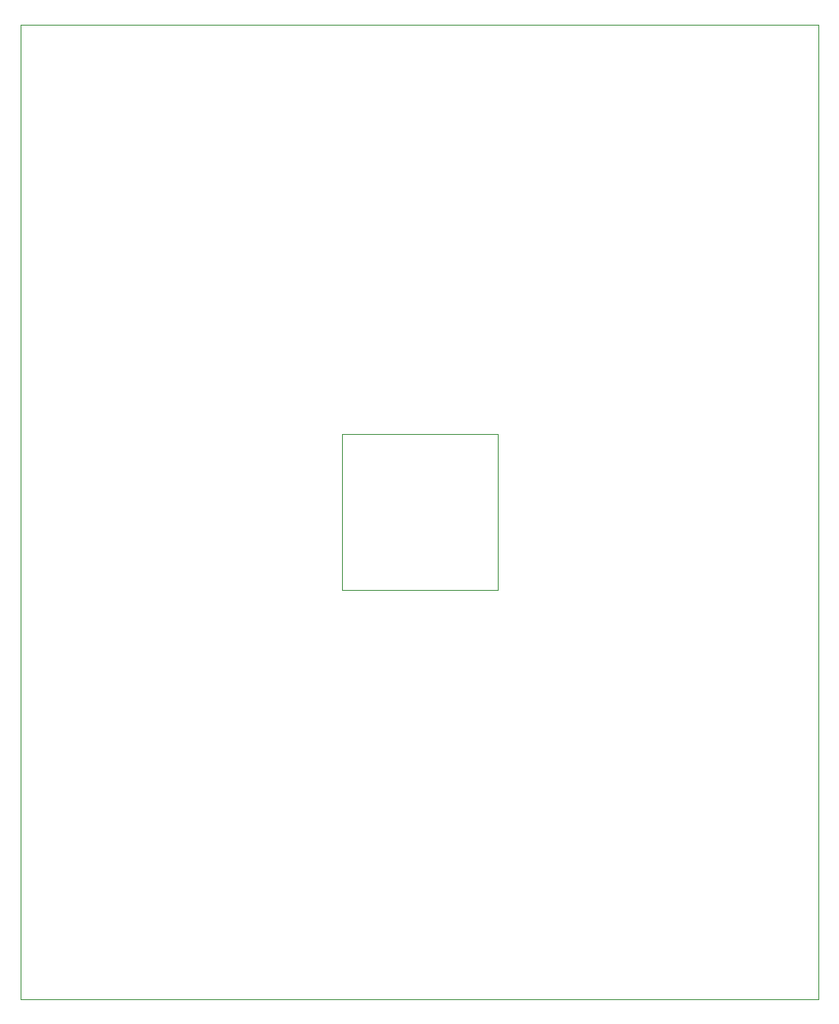
<source format=gbr>
%TF.GenerationSoftware,KiCad,Pcbnew,7.0.9*%
%TF.CreationDate,2024-08-22T14:26:55-06:00*%
%TF.ProjectId,igloo34,69676c6f-6f33-4342-9e6b-696361645f70,rev?*%
%TF.SameCoordinates,Original*%
%TF.FileFunction,Profile,NP*%
%FSLAX46Y46*%
G04 Gerber Fmt 4.6, Leading zero omitted, Abs format (unit mm)*
G04 Created by KiCad (PCBNEW 7.0.9) date 2024-08-22 14:26:55*
%MOMM*%
%LPD*%
G01*
G04 APERTURE LIST*
%TA.AperFunction,Profile*%
%ADD10C,0.100000*%
%TD*%
%TA.AperFunction,Profile*%
%ADD11C,0.010000*%
%TD*%
G04 APERTURE END LIST*
D10*
X-41000000Y-50000000D02*
X-30000000Y-50000000D01*
X-41000000Y-23000000D02*
X-41000000Y-50000000D01*
X30000000Y-50000000D02*
X-30000000Y-50000000D01*
X30000000Y50000000D02*
X-30000000Y50000000D01*
X41000000Y23000000D02*
X41000000Y50000000D01*
X-41000026Y23000000D02*
X-41000000Y50000000D01*
D11*
X-8000000Y8000000D02*
X8000000Y8000000D01*
X8000000Y-8000000D01*
X-8000000Y-8000000D01*
X-8000000Y8000000D01*
D10*
X41000000Y23000000D02*
X41000000Y-23000000D01*
X41000000Y-23000000D02*
X41000000Y-50000000D01*
X-41000000Y50000000D02*
X-30000000Y50000000D01*
X41000000Y-50000000D02*
X30000000Y-50000000D01*
X-41000000Y-23000000D02*
X-41000000Y23000000D01*
X41000000Y50000000D02*
X30000000Y50000000D01*
M02*

</source>
